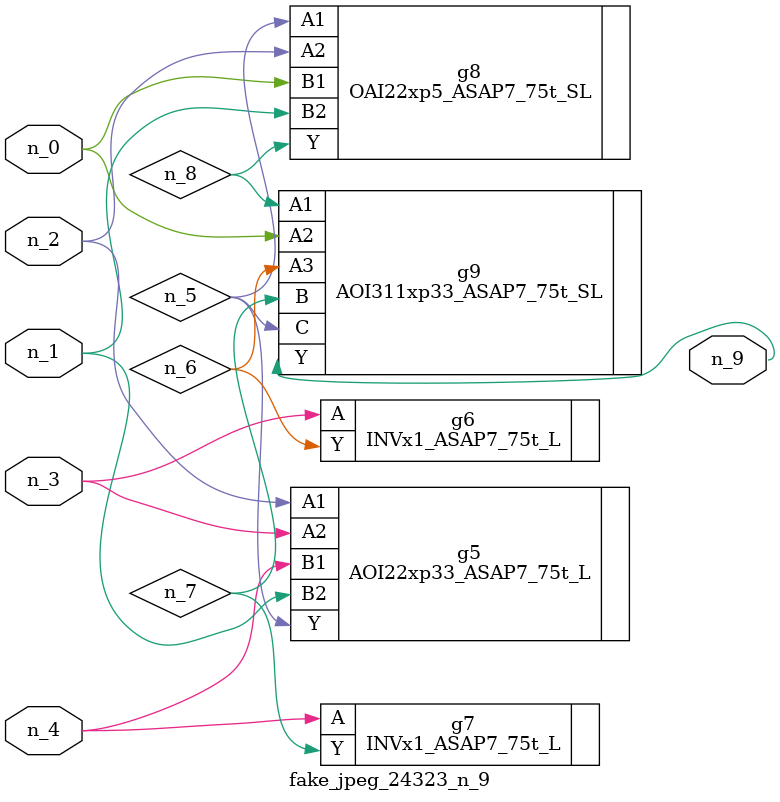
<source format=v>
module fake_jpeg_24323_n_9 (n_3, n_2, n_1, n_0, n_4, n_9);

input n_3;
input n_2;
input n_1;
input n_0;
input n_4;

output n_9;

wire n_8;
wire n_6;
wire n_5;
wire n_7;

AOI22xp33_ASAP7_75t_L g5 ( 
.A1(n_2),
.A2(n_3),
.B1(n_4),
.B2(n_1),
.Y(n_5)
);

INVx1_ASAP7_75t_L g6 ( 
.A(n_3),
.Y(n_6)
);

INVx1_ASAP7_75t_L g7 ( 
.A(n_4),
.Y(n_7)
);

OAI22xp5_ASAP7_75t_SL g8 ( 
.A1(n_5),
.A2(n_2),
.B1(n_0),
.B2(n_1),
.Y(n_8)
);

AOI311xp33_ASAP7_75t_SL g9 ( 
.A1(n_8),
.A2(n_0),
.A3(n_6),
.B(n_7),
.C(n_5),
.Y(n_9)
);


endmodule
</source>
